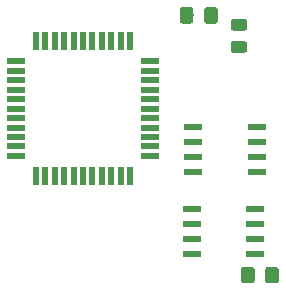
<source format=gbr>
G04 #@! TF.GenerationSoftware,KiCad,Pcbnew,5.0.1*
G04 #@! TF.CreationDate,2019-02-12T17:29:55-06:00*
G04 #@! TF.ProjectId,EFM,45464D2E6B696361645F706362000000,rev?*
G04 #@! TF.SameCoordinates,Original*
G04 #@! TF.FileFunction,Paste,Top*
G04 #@! TF.FilePolarity,Positive*
%FSLAX46Y46*%
G04 Gerber Fmt 4.6, Leading zero omitted, Abs format (unit mm)*
G04 Created by KiCad (PCBNEW 5.0.1) date Tue 12 Feb 2019 05:29:55 PM CST*
%MOMM*%
%LPD*%
G01*
G04 APERTURE LIST*
%ADD10C,0.100000*%
%ADD11C,0.975000*%
%ADD12C,1.150000*%
%ADD13R,1.550000X0.600000*%
%ADD14R,1.500000X0.550000*%
%ADD15R,0.550000X1.500000*%
G04 APERTURE END LIST*
D10*
G04 #@! TO.C,D1*
G36*
X233280142Y-54788674D02*
X233303803Y-54792184D01*
X233327007Y-54797996D01*
X233349529Y-54806054D01*
X233371153Y-54816282D01*
X233391670Y-54828579D01*
X233410883Y-54842829D01*
X233428607Y-54858893D01*
X233444671Y-54876617D01*
X233458921Y-54895830D01*
X233471218Y-54916347D01*
X233481446Y-54937971D01*
X233489504Y-54960493D01*
X233495316Y-54983697D01*
X233498826Y-55007358D01*
X233500000Y-55031250D01*
X233500000Y-55518750D01*
X233498826Y-55542642D01*
X233495316Y-55566303D01*
X233489504Y-55589507D01*
X233481446Y-55612029D01*
X233471218Y-55633653D01*
X233458921Y-55654170D01*
X233444671Y-55673383D01*
X233428607Y-55691107D01*
X233410883Y-55707171D01*
X233391670Y-55721421D01*
X233371153Y-55733718D01*
X233349529Y-55743946D01*
X233327007Y-55752004D01*
X233303803Y-55757816D01*
X233280142Y-55761326D01*
X233256250Y-55762500D01*
X232343750Y-55762500D01*
X232319858Y-55761326D01*
X232296197Y-55757816D01*
X232272993Y-55752004D01*
X232250471Y-55743946D01*
X232228847Y-55733718D01*
X232208330Y-55721421D01*
X232189117Y-55707171D01*
X232171393Y-55691107D01*
X232155329Y-55673383D01*
X232141079Y-55654170D01*
X232128782Y-55633653D01*
X232118554Y-55612029D01*
X232110496Y-55589507D01*
X232104684Y-55566303D01*
X232101174Y-55542642D01*
X232100000Y-55518750D01*
X232100000Y-55031250D01*
X232101174Y-55007358D01*
X232104684Y-54983697D01*
X232110496Y-54960493D01*
X232118554Y-54937971D01*
X232128782Y-54916347D01*
X232141079Y-54895830D01*
X232155329Y-54876617D01*
X232171393Y-54858893D01*
X232189117Y-54842829D01*
X232208330Y-54828579D01*
X232228847Y-54816282D01*
X232250471Y-54806054D01*
X232272993Y-54797996D01*
X232296197Y-54792184D01*
X232319858Y-54788674D01*
X232343750Y-54787500D01*
X233256250Y-54787500D01*
X233280142Y-54788674D01*
X233280142Y-54788674D01*
G37*
D11*
X232800000Y-55275000D03*
D10*
G36*
X233280142Y-52913674D02*
X233303803Y-52917184D01*
X233327007Y-52922996D01*
X233349529Y-52931054D01*
X233371153Y-52941282D01*
X233391670Y-52953579D01*
X233410883Y-52967829D01*
X233428607Y-52983893D01*
X233444671Y-53001617D01*
X233458921Y-53020830D01*
X233471218Y-53041347D01*
X233481446Y-53062971D01*
X233489504Y-53085493D01*
X233495316Y-53108697D01*
X233498826Y-53132358D01*
X233500000Y-53156250D01*
X233500000Y-53643750D01*
X233498826Y-53667642D01*
X233495316Y-53691303D01*
X233489504Y-53714507D01*
X233481446Y-53737029D01*
X233471218Y-53758653D01*
X233458921Y-53779170D01*
X233444671Y-53798383D01*
X233428607Y-53816107D01*
X233410883Y-53832171D01*
X233391670Y-53846421D01*
X233371153Y-53858718D01*
X233349529Y-53868946D01*
X233327007Y-53877004D01*
X233303803Y-53882816D01*
X233280142Y-53886326D01*
X233256250Y-53887500D01*
X232343750Y-53887500D01*
X232319858Y-53886326D01*
X232296197Y-53882816D01*
X232272993Y-53877004D01*
X232250471Y-53868946D01*
X232228847Y-53858718D01*
X232208330Y-53846421D01*
X232189117Y-53832171D01*
X232171393Y-53816107D01*
X232155329Y-53798383D01*
X232141079Y-53779170D01*
X232128782Y-53758653D01*
X232118554Y-53737029D01*
X232110496Y-53714507D01*
X232104684Y-53691303D01*
X232101174Y-53667642D01*
X232100000Y-53643750D01*
X232100000Y-53156250D01*
X232101174Y-53132358D01*
X232104684Y-53108697D01*
X232110496Y-53085493D01*
X232118554Y-53062971D01*
X232128782Y-53041347D01*
X232141079Y-53020830D01*
X232155329Y-53001617D01*
X232171393Y-52983893D01*
X232189117Y-52967829D01*
X232208330Y-52953579D01*
X232228847Y-52941282D01*
X232250471Y-52931054D01*
X232272993Y-52922996D01*
X232296197Y-52917184D01*
X232319858Y-52913674D01*
X232343750Y-52912500D01*
X233256250Y-52912500D01*
X233280142Y-52913674D01*
X233280142Y-52913674D01*
G37*
D11*
X232800000Y-53400000D03*
G04 #@! TD*
D10*
G04 #@! TO.C,R1*
G36*
X230774505Y-51901204D02*
X230798773Y-51904804D01*
X230822572Y-51910765D01*
X230845671Y-51919030D01*
X230867850Y-51929520D01*
X230888893Y-51942132D01*
X230908599Y-51956747D01*
X230926777Y-51973223D01*
X230943253Y-51991401D01*
X230957868Y-52011107D01*
X230970480Y-52032150D01*
X230980970Y-52054329D01*
X230989235Y-52077428D01*
X230995196Y-52101227D01*
X230998796Y-52125495D01*
X231000000Y-52149999D01*
X231000000Y-53050001D01*
X230998796Y-53074505D01*
X230995196Y-53098773D01*
X230989235Y-53122572D01*
X230980970Y-53145671D01*
X230970480Y-53167850D01*
X230957868Y-53188893D01*
X230943253Y-53208599D01*
X230926777Y-53226777D01*
X230908599Y-53243253D01*
X230888893Y-53257868D01*
X230867850Y-53270480D01*
X230845671Y-53280970D01*
X230822572Y-53289235D01*
X230798773Y-53295196D01*
X230774505Y-53298796D01*
X230750001Y-53300000D01*
X230099999Y-53300000D01*
X230075495Y-53298796D01*
X230051227Y-53295196D01*
X230027428Y-53289235D01*
X230004329Y-53280970D01*
X229982150Y-53270480D01*
X229961107Y-53257868D01*
X229941401Y-53243253D01*
X229923223Y-53226777D01*
X229906747Y-53208599D01*
X229892132Y-53188893D01*
X229879520Y-53167850D01*
X229869030Y-53145671D01*
X229860765Y-53122572D01*
X229854804Y-53098773D01*
X229851204Y-53074505D01*
X229850000Y-53050001D01*
X229850000Y-52149999D01*
X229851204Y-52125495D01*
X229854804Y-52101227D01*
X229860765Y-52077428D01*
X229869030Y-52054329D01*
X229879520Y-52032150D01*
X229892132Y-52011107D01*
X229906747Y-51991401D01*
X229923223Y-51973223D01*
X229941401Y-51956747D01*
X229961107Y-51942132D01*
X229982150Y-51929520D01*
X230004329Y-51919030D01*
X230027428Y-51910765D01*
X230051227Y-51904804D01*
X230075495Y-51901204D01*
X230099999Y-51900000D01*
X230750001Y-51900000D01*
X230774505Y-51901204D01*
X230774505Y-51901204D01*
G37*
D12*
X230425000Y-52600000D03*
D10*
G36*
X228724505Y-51901204D02*
X228748773Y-51904804D01*
X228772572Y-51910765D01*
X228795671Y-51919030D01*
X228817850Y-51929520D01*
X228838893Y-51942132D01*
X228858599Y-51956747D01*
X228876777Y-51973223D01*
X228893253Y-51991401D01*
X228907868Y-52011107D01*
X228920480Y-52032150D01*
X228930970Y-52054329D01*
X228939235Y-52077428D01*
X228945196Y-52101227D01*
X228948796Y-52125495D01*
X228950000Y-52149999D01*
X228950000Y-53050001D01*
X228948796Y-53074505D01*
X228945196Y-53098773D01*
X228939235Y-53122572D01*
X228930970Y-53145671D01*
X228920480Y-53167850D01*
X228907868Y-53188893D01*
X228893253Y-53208599D01*
X228876777Y-53226777D01*
X228858599Y-53243253D01*
X228838893Y-53257868D01*
X228817850Y-53270480D01*
X228795671Y-53280970D01*
X228772572Y-53289235D01*
X228748773Y-53295196D01*
X228724505Y-53298796D01*
X228700001Y-53300000D01*
X228049999Y-53300000D01*
X228025495Y-53298796D01*
X228001227Y-53295196D01*
X227977428Y-53289235D01*
X227954329Y-53280970D01*
X227932150Y-53270480D01*
X227911107Y-53257868D01*
X227891401Y-53243253D01*
X227873223Y-53226777D01*
X227856747Y-53208599D01*
X227842132Y-53188893D01*
X227829520Y-53167850D01*
X227819030Y-53145671D01*
X227810765Y-53122572D01*
X227804804Y-53098773D01*
X227801204Y-53074505D01*
X227800000Y-53050001D01*
X227800000Y-52149999D01*
X227801204Y-52125495D01*
X227804804Y-52101227D01*
X227810765Y-52077428D01*
X227819030Y-52054329D01*
X227829520Y-52032150D01*
X227842132Y-52011107D01*
X227856747Y-51991401D01*
X227873223Y-51973223D01*
X227891401Y-51956747D01*
X227911107Y-51942132D01*
X227932150Y-51929520D01*
X227954329Y-51919030D01*
X227977428Y-51910765D01*
X228001227Y-51904804D01*
X228025495Y-51901204D01*
X228049999Y-51900000D01*
X228700001Y-51900000D01*
X228724505Y-51901204D01*
X228724505Y-51901204D01*
G37*
D12*
X228375000Y-52600000D03*
G04 #@! TD*
D10*
G04 #@! TO.C,R5*
G36*
X233899505Y-73901204D02*
X233923773Y-73904804D01*
X233947572Y-73910765D01*
X233970671Y-73919030D01*
X233992850Y-73929520D01*
X234013893Y-73942132D01*
X234033599Y-73956747D01*
X234051777Y-73973223D01*
X234068253Y-73991401D01*
X234082868Y-74011107D01*
X234095480Y-74032150D01*
X234105970Y-74054329D01*
X234114235Y-74077428D01*
X234120196Y-74101227D01*
X234123796Y-74125495D01*
X234125000Y-74149999D01*
X234125000Y-75050001D01*
X234123796Y-75074505D01*
X234120196Y-75098773D01*
X234114235Y-75122572D01*
X234105970Y-75145671D01*
X234095480Y-75167850D01*
X234082868Y-75188893D01*
X234068253Y-75208599D01*
X234051777Y-75226777D01*
X234033599Y-75243253D01*
X234013893Y-75257868D01*
X233992850Y-75270480D01*
X233970671Y-75280970D01*
X233947572Y-75289235D01*
X233923773Y-75295196D01*
X233899505Y-75298796D01*
X233875001Y-75300000D01*
X233224999Y-75300000D01*
X233200495Y-75298796D01*
X233176227Y-75295196D01*
X233152428Y-75289235D01*
X233129329Y-75280970D01*
X233107150Y-75270480D01*
X233086107Y-75257868D01*
X233066401Y-75243253D01*
X233048223Y-75226777D01*
X233031747Y-75208599D01*
X233017132Y-75188893D01*
X233004520Y-75167850D01*
X232994030Y-75145671D01*
X232985765Y-75122572D01*
X232979804Y-75098773D01*
X232976204Y-75074505D01*
X232975000Y-75050001D01*
X232975000Y-74149999D01*
X232976204Y-74125495D01*
X232979804Y-74101227D01*
X232985765Y-74077428D01*
X232994030Y-74054329D01*
X233004520Y-74032150D01*
X233017132Y-74011107D01*
X233031747Y-73991401D01*
X233048223Y-73973223D01*
X233066401Y-73956747D01*
X233086107Y-73942132D01*
X233107150Y-73929520D01*
X233129329Y-73919030D01*
X233152428Y-73910765D01*
X233176227Y-73904804D01*
X233200495Y-73901204D01*
X233224999Y-73900000D01*
X233875001Y-73900000D01*
X233899505Y-73901204D01*
X233899505Y-73901204D01*
G37*
D12*
X233550000Y-74600000D03*
D10*
G36*
X235949505Y-73901204D02*
X235973773Y-73904804D01*
X235997572Y-73910765D01*
X236020671Y-73919030D01*
X236042850Y-73929520D01*
X236063893Y-73942132D01*
X236083599Y-73956747D01*
X236101777Y-73973223D01*
X236118253Y-73991401D01*
X236132868Y-74011107D01*
X236145480Y-74032150D01*
X236155970Y-74054329D01*
X236164235Y-74077428D01*
X236170196Y-74101227D01*
X236173796Y-74125495D01*
X236175000Y-74149999D01*
X236175000Y-75050001D01*
X236173796Y-75074505D01*
X236170196Y-75098773D01*
X236164235Y-75122572D01*
X236155970Y-75145671D01*
X236145480Y-75167850D01*
X236132868Y-75188893D01*
X236118253Y-75208599D01*
X236101777Y-75226777D01*
X236083599Y-75243253D01*
X236063893Y-75257868D01*
X236042850Y-75270480D01*
X236020671Y-75280970D01*
X235997572Y-75289235D01*
X235973773Y-75295196D01*
X235949505Y-75298796D01*
X235925001Y-75300000D01*
X235274999Y-75300000D01*
X235250495Y-75298796D01*
X235226227Y-75295196D01*
X235202428Y-75289235D01*
X235179329Y-75280970D01*
X235157150Y-75270480D01*
X235136107Y-75257868D01*
X235116401Y-75243253D01*
X235098223Y-75226777D01*
X235081747Y-75208599D01*
X235067132Y-75188893D01*
X235054520Y-75167850D01*
X235044030Y-75145671D01*
X235035765Y-75122572D01*
X235029804Y-75098773D01*
X235026204Y-75074505D01*
X235025000Y-75050001D01*
X235025000Y-74149999D01*
X235026204Y-74125495D01*
X235029804Y-74101227D01*
X235035765Y-74077428D01*
X235044030Y-74054329D01*
X235054520Y-74032150D01*
X235067132Y-74011107D01*
X235081747Y-73991401D01*
X235098223Y-73973223D01*
X235116401Y-73956747D01*
X235136107Y-73942132D01*
X235157150Y-73929520D01*
X235179329Y-73919030D01*
X235202428Y-73910765D01*
X235226227Y-73904804D01*
X235250495Y-73901204D01*
X235274999Y-73900000D01*
X235925001Y-73900000D01*
X235949505Y-73901204D01*
X235949505Y-73901204D01*
G37*
D12*
X235600000Y-74600000D03*
G04 #@! TD*
D13*
G04 #@! TO.C,U2*
X234300000Y-65905000D03*
X234300000Y-64635000D03*
X234300000Y-63365000D03*
X234300000Y-62095000D03*
X228900000Y-62095000D03*
X228900000Y-63365000D03*
X228900000Y-64635000D03*
X228900000Y-65905000D03*
G04 #@! TD*
G04 #@! TO.C,U3*
X228800000Y-72810000D03*
X228800000Y-71540000D03*
X228800000Y-70270000D03*
X228800000Y-69000000D03*
X234200000Y-69000000D03*
X234200000Y-70270000D03*
X234200000Y-71540000D03*
X234200000Y-72810000D03*
G04 #@! TD*
D14*
G04 #@! TO.C,U5*
X225300000Y-64500000D03*
X225300000Y-63700000D03*
X225300000Y-62900000D03*
X225300000Y-62100000D03*
X225300000Y-61300000D03*
X225300000Y-60500000D03*
X225300000Y-59700000D03*
X225300000Y-58900000D03*
X225300000Y-58100000D03*
X225300000Y-57300000D03*
X225300000Y-56500000D03*
D15*
X223600000Y-54800000D03*
X222800000Y-54800000D03*
X222000000Y-54800000D03*
X221200000Y-54800000D03*
X220400000Y-54800000D03*
X219600000Y-54800000D03*
X218800000Y-54800000D03*
X218000000Y-54800000D03*
X217200000Y-54800000D03*
X216400000Y-54800000D03*
X215600000Y-54800000D03*
D14*
X213900000Y-56500000D03*
X213900000Y-57300000D03*
X213900000Y-58100000D03*
X213900000Y-58900000D03*
X213900000Y-59700000D03*
X213900000Y-60500000D03*
X213900000Y-61300000D03*
X213900000Y-62100000D03*
X213900000Y-62900000D03*
X213900000Y-63700000D03*
X213900000Y-64500000D03*
D15*
X215600000Y-66200000D03*
X216400000Y-66200000D03*
X217200000Y-66200000D03*
X218000000Y-66200000D03*
X218800000Y-66200000D03*
X219600000Y-66200000D03*
X220400000Y-66200000D03*
X221200000Y-66200000D03*
X222000000Y-66200000D03*
X222800000Y-66200000D03*
X223600000Y-66200000D03*
G04 #@! TD*
M02*

</source>
